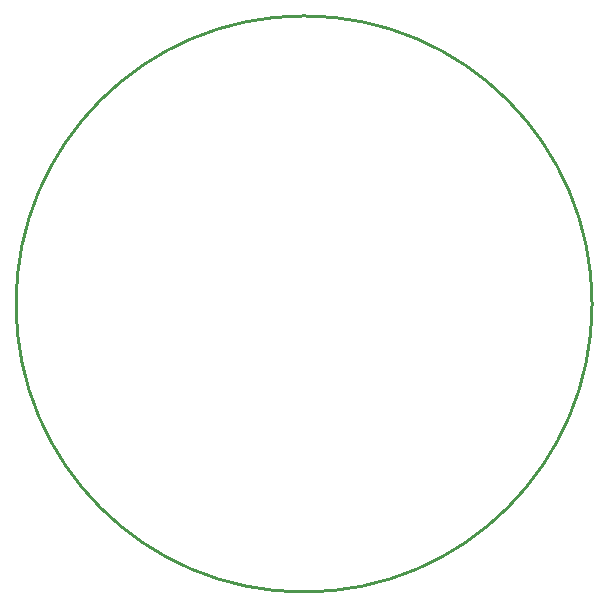
<source format=gko>
G04*
G04 #@! TF.GenerationSoftware,Altium Limited,Altium Designer,20.0.1 (14)*
G04*
G04 Layer_Color=16711935*
%FSLAX44Y44*%
%MOMM*%
G71*
G01*
G75*
%ADD11C,0.2540*%
D11*
X243896Y0D02*
G03*
X243896Y0I-243896J0D01*
G01*
M02*

</source>
